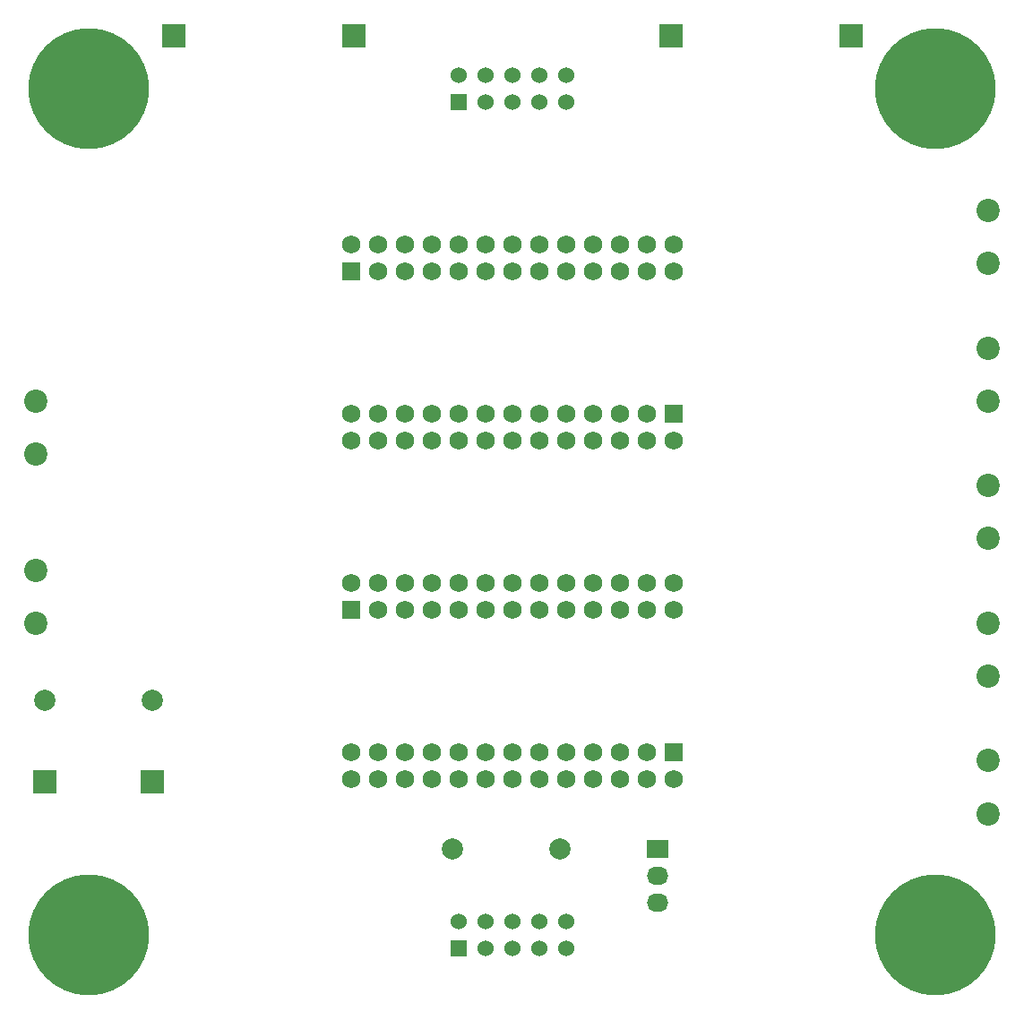
<source format=gbs>
%FSLAX34Y34*%
G04 Gerber Fmt 3.4, Leading zero omitted, Abs format*
G04 (created by PCBNEW (2014-02-21 BZR 4712)-product) date Tue 25 Feb 2014 10:03:02 PM PST*
%MOIN*%
G01*
G70*
G90*
G04 APERTURE LIST*
%ADD10C,0.005906*%
%ADD11R,0.080000X0.068000*%
%ADD12O,0.080000X0.068000*%
%ADD13C,0.086614*%
%ADD14R,0.060000X0.060000*%
%ADD15C,0.060000*%
%ADD16R,0.088000X0.088000*%
%ADD17C,0.450000*%
%ADD18R,0.068000X0.068000*%
%ADD19C,0.068000*%
%ADD20C,0.078700*%
G04 APERTURE END LIST*
G54D10*
G54D11*
X44775Y-51905D03*
G54D12*
X44775Y-52905D03*
X44775Y-53905D03*
G54D13*
X21653Y-41535D03*
X21653Y-43503D03*
X21653Y-35236D03*
X21653Y-37204D03*
X57086Y-30118D03*
X57086Y-28149D03*
X57086Y-35236D03*
X57086Y-33267D03*
X57086Y-40354D03*
X57086Y-38385D03*
X57086Y-45472D03*
X57086Y-43503D03*
X57086Y-50590D03*
X57086Y-48622D03*
G54D14*
X37370Y-24122D03*
G54D15*
X37370Y-23122D03*
X38370Y-24122D03*
X38370Y-23122D03*
X39370Y-24122D03*
X39370Y-23122D03*
X40370Y-24122D03*
X40370Y-23122D03*
X41370Y-24122D03*
X41370Y-23122D03*
G54D14*
X37370Y-55618D03*
G54D15*
X37370Y-54618D03*
X38370Y-55618D03*
X38370Y-54618D03*
X39370Y-55618D03*
X39370Y-54618D03*
X40370Y-55618D03*
X40370Y-54618D03*
X41370Y-55618D03*
X41370Y-54618D03*
G54D16*
X26771Y-21653D03*
X51968Y-21653D03*
X45275Y-21653D03*
X33464Y-21653D03*
G54D17*
X23622Y-23622D03*
X55118Y-23622D03*
X23622Y-55118D03*
X55118Y-55118D03*
G54D18*
X45370Y-48318D03*
G54D19*
X44370Y-48318D03*
X43370Y-48318D03*
X42370Y-48318D03*
X41370Y-48318D03*
X40370Y-48318D03*
X39370Y-48318D03*
X38370Y-48318D03*
X37370Y-48318D03*
X36370Y-48318D03*
X35370Y-48318D03*
X34370Y-48318D03*
X33370Y-48318D03*
X33370Y-49318D03*
X34370Y-49318D03*
X35370Y-49318D03*
X36370Y-49318D03*
X37370Y-49318D03*
X38370Y-49318D03*
X39370Y-49318D03*
X40370Y-49318D03*
X41370Y-49318D03*
X42370Y-49318D03*
X43370Y-49318D03*
X44370Y-49318D03*
X45370Y-49318D03*
G54D18*
X33370Y-43019D03*
G54D19*
X34370Y-43019D03*
X35370Y-43019D03*
X36370Y-43019D03*
X37370Y-43019D03*
X38370Y-43019D03*
X39370Y-43019D03*
X40370Y-43019D03*
X41370Y-43019D03*
X42370Y-43019D03*
X43370Y-43019D03*
X44370Y-43019D03*
X45370Y-43019D03*
X45370Y-42019D03*
X44370Y-42019D03*
X43370Y-42019D03*
X42370Y-42019D03*
X41370Y-42019D03*
X40370Y-42019D03*
X39370Y-42019D03*
X38370Y-42019D03*
X37370Y-42019D03*
X36370Y-42019D03*
X35370Y-42019D03*
X34370Y-42019D03*
X33370Y-42019D03*
G54D18*
X45370Y-35720D03*
G54D19*
X44370Y-35720D03*
X43370Y-35720D03*
X42370Y-35720D03*
X41370Y-35720D03*
X40370Y-35720D03*
X39370Y-35720D03*
X38370Y-35720D03*
X37370Y-35720D03*
X36370Y-35720D03*
X35370Y-35720D03*
X34370Y-35720D03*
X33370Y-35720D03*
X33370Y-36720D03*
X34370Y-36720D03*
X35370Y-36720D03*
X36370Y-36720D03*
X37370Y-36720D03*
X38370Y-36720D03*
X39370Y-36720D03*
X40370Y-36720D03*
X41370Y-36720D03*
X42370Y-36720D03*
X43370Y-36720D03*
X44370Y-36720D03*
X45370Y-36720D03*
G54D18*
X33370Y-30421D03*
G54D19*
X34370Y-30421D03*
X35370Y-30421D03*
X36370Y-30421D03*
X37370Y-30421D03*
X38370Y-30421D03*
X39370Y-30421D03*
X40370Y-30421D03*
X41370Y-30421D03*
X42370Y-30421D03*
X43370Y-30421D03*
X44370Y-30421D03*
X45370Y-30421D03*
X45370Y-29421D03*
X44370Y-29421D03*
X43370Y-29421D03*
X42370Y-29421D03*
X41370Y-29421D03*
X40370Y-29421D03*
X39370Y-29421D03*
X38370Y-29421D03*
X37370Y-29421D03*
X36370Y-29421D03*
X35370Y-29421D03*
X34370Y-29421D03*
X33370Y-29421D03*
G54D16*
X21988Y-49421D03*
X25988Y-49421D03*
G54D20*
X25992Y-46377D03*
X21992Y-46377D03*
X41134Y-51913D03*
X37134Y-51913D03*
M02*

</source>
